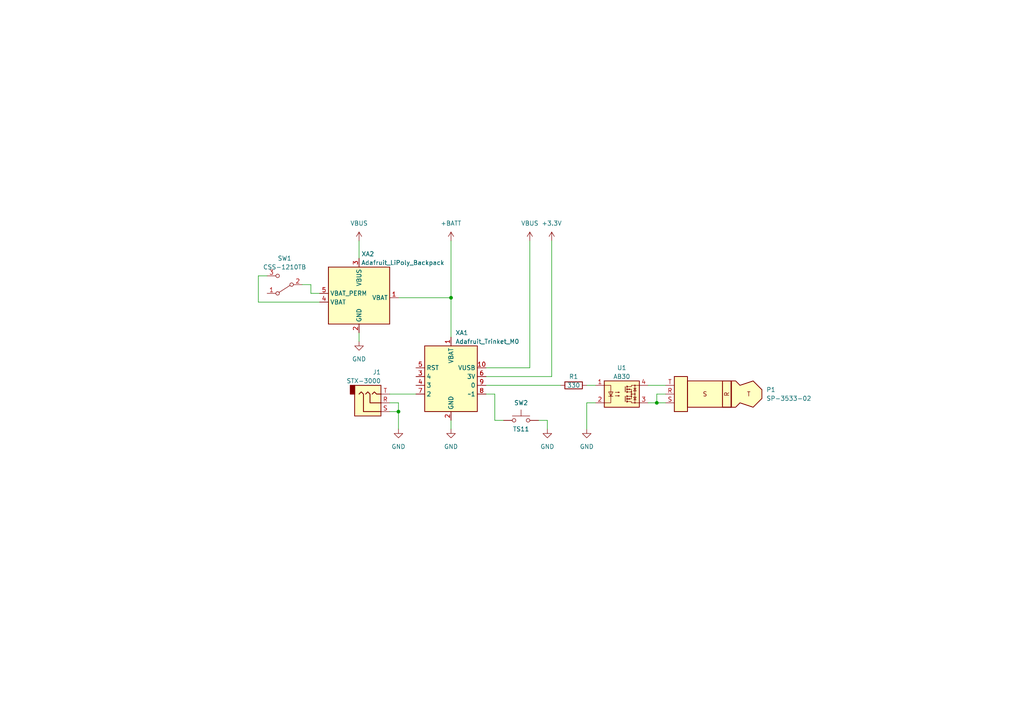
<source format=kicad_sch>
(kicad_sch (version 20230121) (generator eeschema)
  (paper "A4")
  (title_block (title "Lift Switch") (date "2023-09-12") (rev "1.1") (company "Centre de réadaption\\nStan Cassidy\\nCentre for Rehabilitation\\n \\n \\n"))
  (lib_symbols
    (symbol "Connector:AudioJack3"
      (property "Reference" "J" (at 0 8.89 0))
      (property "Value" "AudioJack3" (at 0 6.35 0))
      (symbol "AudioJack3_0_1"
        (rectangle (start -5.08 -5.08) (end -6.35 -2.54) (stroke (width 0.254)) (fill (type outline)))
        (polyline (pts (xy 0 -2.54) (xy 0.635 -3.175) (xy 1.27 -2.54) (xy 2.54 -2.54)) (stroke (width 0.254)))
        (polyline (pts (xy -1.905 -2.54) (xy -1.27 -3.175) (xy -0.635 -2.54) (xy -0.635 0) (xy 2.54 0)) (stroke (width 0.254)))
        (polyline (pts (xy 2.54 2.54) (xy -2.54 2.54) (xy -2.54 -2.54) (xy -3.175 -3.175) (xy -3.81 -2.54)) (stroke (width 0.254)))
        (rectangle (start 2.54 3.81) (end -5.08 -5.08) (stroke (width 0.254)) (fill (type background)))
      )
      (symbol "AudioJack3_1_1"
        (pin passive line (at 5.08 0 180) (length 2.54) (name "~") (number "R"))
        (pin passive line (at 5.08 2.54 180) (length 2.54) (name "~") (number "S"))
        (pin passive line (at 5.08 -2.54 180) (length 2.54) (name "~") (number "T"))
      )
    )
    (symbol "Connector:AudioPlug3"
      (property "Reference" "J" (at 1.27 6.35 0))
      (property "Value" "AudioPlug3" (at 1.27 -6.35 0))
      (symbol "AudioPlug3_0_0"
        (text "R" (at -2.54 0 900) (effects (font (size 1.27 1.27))))
      )
      (symbol "AudioPlug3_0_1"
        (rectangle (start -3.81 3.81) (end -1.27 -3.81) (stroke (width 0.254)))
        (rectangle (start -1.27 -1.27) (end -1.27 -1.27))
      )
      (symbol "AudioPlug3_1_0"
        (text "S" (at 3.81 0 0) (effects (font (size 1.27 1.27))))
        (text "T" (at -8.89 0 0) (effects (font (size 1.27 1.27))))
      )
      (symbol "AudioPlug3_1_1"
        (rectangle (start -3.81 3.81) (end 8.89 -3.81) (stroke (width 0.254)) (fill (type background)))
        (polyline (pts (xy -3.81 3.81) (xy -5.08 3.81) (xy -6.35 2.54) (xy -10.16 3.81) (xy -12.7 1.27) (xy -12.7 -1.27) (xy -10.16 -3.81) (xy -6.35 -2.54) (xy -5.08 -3.81) (xy -3.81 -3.81) (xy -3.81 3.81)) (stroke (width 0.254)) (fill (type background)))
        (rectangle (start 12.7 5.08) (end 8.89 -5.08) (stroke (width 0.254)) (fill (type background)))
        (pin passive line (at 15.24 0 180) (length 2.54) (name "~") (number "R"))
        (pin passive line (at 15.24 2.54 180) (length 2.54) (name "~") (number "S"))
        (pin passive line (at 15.24 -2.54 180) (length 2.54) (name "~") (number "T"))
      )
    )
    (symbol "Custom Symbols:AB30"
      (property "Reference" "U" (at 0 0 0))
      (property "Value" "AB30" (at 0 0 0))
      (symbol "AB30_0_1"
        (rectangle (start -5.08 3.81) (end 5.08 -3.81) (stroke (width 0.254)) (fill (type background)))
        (polyline (pts (xy -3.81 -0.635) (xy -2.54 -0.635)))
        (polyline (pts (xy 1.016 -0.635) (xy 1.016 -2.159)) (stroke (width 0.2032)))
        (polyline (pts (xy 1.016 2.159) (xy 1.016 0.635)) (stroke (width 0.2032)))
        (polyline (pts (xy 1.524 -0.508) (xy 1.524 -0.762)) (stroke (width 0.3556)))
        (polyline (pts (xy 2.794 0) (xy 3.81 0)))
        (polyline (pts (xy 3.429 -1.651) (xy 4.191 -1.651)))
        (polyline (pts (xy 3.429 1.651) (xy 4.191 1.651)))
        (polyline (pts (xy 3.81 -2.54) (xy 3.81 2.54)))
        (polyline (pts (xy 1.524 -2.032) (xy 1.524 -2.286) (xy 1.524 -2.286)) (stroke (width 0.3556)))
        (polyline (pts (xy 1.524 -1.27) (xy 1.524 -1.524) (xy 1.524 -1.524)) (stroke (width 0.3556)))
        (polyline (pts (xy 1.524 0.762) (xy 1.524 0.508) (xy 1.524 0.508)) (stroke (width 0.3556)))
        (polyline (pts (xy 1.524 1.524) (xy 1.524 1.27) (xy 1.524 1.27)) (stroke (width 0.3556)))
        (polyline (pts (xy 1.524 2.286) (xy 1.524 2.032) (xy 1.524 2.032)) (stroke (width 0.3556)))
        (polyline (pts (xy 1.651 -1.397) (xy 2.794 -1.397) (xy 2.794 -0.635)))
        (polyline (pts (xy 1.651 1.397) (xy 2.794 1.397) (xy 2.794 0.635)))
        (polyline (pts (xy -5.08 2.54) (xy -3.175 2.54) (xy -3.175 -2.54) (xy -5.08 -2.54)))
        (polyline (pts (xy -3.175 -0.635) (xy -3.81 0.635) (xy -2.54 0.635) (xy -3.175 -0.635)))
        (polyline (pts (xy 1.651 -2.159) (xy 2.794 -2.159) (xy 2.794 -2.54) (xy 5.08 -2.54)))
        (polyline (pts (xy 1.651 -0.635) (xy 2.794 -0.635) (xy 2.794 0.635) (xy 1.651 0.635)))
        (polyline (pts (xy 1.651 2.159) (xy 2.794 2.159) (xy 2.794 2.54) (xy 5.08 2.54)))
        (polyline (pts (xy 1.778 -1.397) (xy 2.286 -1.27) (xy 2.286 -1.524) (xy 1.778 -1.397)))
        (polyline (pts (xy 1.778 1.397) (xy 2.286 1.524) (xy 2.286 1.27) (xy 1.778 1.397)))
        (polyline (pts (xy 3.81 -1.651) (xy 3.429 -0.889) (xy 4.191 -0.889) (xy 3.81 -1.651)))
        (polyline (pts (xy 3.81 1.651) (xy 3.429 0.889) (xy 4.191 0.889) (xy 3.81 1.651)))
        (polyline (pts (xy -1.905 -0.508) (xy -0.635 -0.508) (xy -1.016 -0.635) (xy -1.016 -0.381) (xy -0.635 -0.508)))
        (polyline (pts (xy -1.905 0.508) (xy -0.635 0.508) (xy -1.016 0.381) (xy -1.016 0.635) (xy -0.635 0.508)))
        (circle (center 2.794 -0.635) (radius 0.127))
        (circle (center 2.794 0) (radius 0.127))
        (circle (center 2.794 0.635) (radius 0.127))
        (circle (center 3.81 -2.54) (radius 0.127))
        (circle (center 3.81 0) (radius 0.127))
        (circle (center 3.81 2.54) (radius 0.127))
      )
      (symbol "AB30_1_1"
        (pin passive line (at -7.62 2.54 0) (length 2.54) (name "~") (number "1"))
        (pin passive line (at -7.62 -2.54 0) (length 2.54) (name "~") (number "2"))
        (pin passive line (at 7.62 -2.54 180) (length 2.54) (name "~") (number "3"))
        (pin passive line (at 7.62 2.54 180) (length 2.54) (name "~") (number "4"))
      )
    )
    (symbol "Custom Symbols:Adafruit_LiPoly_Backpack"
      (property "Reference" "XA" (at 0 1.27 0))
      (property "Value" "Adafruit_LiPoly_Backpack" (at 0 -1.27 0))
      (symbol "Adafruit_LiPoly_Backpack_1_1"
        (rectangle (start -8.89 8.89) (end 8.89 -7.62) (stroke (width 0.254)) (fill (type background)))
        (pin power_out line (at 11.43 0 180) (length 2.54) (name "VBAT") (number "1"))
        (pin power_in line (at 0 -10.16 90) (length 2.54) (name "GND") (number "2"))
        (pin power_in line (at 0 11.43 270) (length 2.54) (name "VBUS") (number "3"))
        (pin power_in line (at -11.43 -1.27 0) (length 2.54) (name "VBAT") (number "4"))
        (pin power_out line (at -11.43 1.27 0) (length 2.54) (name "VBAT_PERM") (number "5"))
        (pin passive line (at 0 -10.16 90) (length 2.54) hide (name "MNT") (number "6"))
      )
    )
    (symbol "Custom Symbols:Adafruit_Trinket_M0"
      (property "Reference" "XA" (at 0 1.27 0))
      (property "Value" "Adafruit_Trinket_M0" (at 0 -1.27 0))
      (symbol "Adafruit_Trinket_M0_1_1"
        (rectangle (start -7.62 10.16) (end 7.62 -8.89) (stroke (width 0.254)) (fill (type background)))
        (pin power_in line (at 0 12.7 270) (length 2.54) (name "VBAT") (number "1"))
        (pin power_out line (at 10.16 3.81 180) (length 2.54) (name "VUSB") (number "10"))
        (pin passive line (at 0 -11.43 90) (length 2.54) hide (name "MNT") (number "11"))
        (pin passive line (at 0 -11.43 90) (length 2.54) hide (name "MNT") (number "12"))
        (pin power_in line (at 0 -11.43 90) (length 2.54) (name "GND") (number "2"))
        (pin bidirectional line (at -10.16 1.27 0) (length 2.54) (name "4") (number "3"))
        (pin bidirectional line (at -10.16 -1.27 0) (length 2.54) (name "3") (number "4"))
        (pin input line (at -10.16 3.81 0) (length 2.54) (name "RST") (number "5"))
        (pin power_out line (at 10.16 1.27 180) (length 2.54) (name "3V") (number "6"))
        (pin bidirectional line (at -10.16 -3.81 0) (length 2.54) (name "2") (number "7"))
        (pin bidirectional line (at 10.16 -3.81 180) (length 2.54) (name "~1") (number "8"))
        (pin bidirectional line (at 10.16 -1.27 180) (length 2.54) (name "0") (number "9"))
      )
    )
    (symbol "Device:R" (pin_numbers hide) (pin_names (offset 0))
      (property "Reference" "R" (at 2.032 0 90))
      (property "Value" "R" (at 0 0 90))
      (symbol "R_0_1"
        (rectangle (start -1.016 -2.54) (end 1.016 2.54) (stroke (width 0.254)))
      )
      (symbol "R_1_1"
        (pin passive line (at 0 3.81 270) (length 1.27) (name "~") (number "1"))
        (pin passive line (at 0 -3.81 90) (length 1.27) (name "~") (number "2"))
      )
    )
    (symbol "Switch:SW_Push" (pin_numbers hide) (pin_names (offset 1.016) hide)
      (property "Reference" "SW" (at 1.27 2.54 0))
      (property "Value" "SW_Push" (at 0 -1.524 0))
      (symbol "SW_Push_0_1"
        (circle (center -2.032 0) (radius 0.508))
        (polyline (pts (xy 0 1.27) (xy 0 3.048)))
        (polyline (pts (xy 2.54 1.27) (xy -2.54 1.27)))
        (circle (center 2.032 0) (radius 0.508))
        (pin passive line (at -5.08 0 0) (length 2.54) (name "1") (number "1"))
        (pin passive line (at 5.08 0 180) (length 2.54) (name "2") (number "2"))
      )
    )
    (symbol "Switch:SW_SPDT" (pin_names (offset 0) hide)
      (property "Reference" "SW" (at 0 4.318 0))
      (property "Value" "SW_SPDT" (at 0 -5.08 0))
      (symbol "SW_SPDT_0_0"
        (circle (center -2.032 0) (radius 0.508))
        (circle (center 2.032 -2.54) (radius 0.508))
      )
      (symbol "SW_SPDT_0_1"
        (polyline (pts (xy -1.524 0.254) (xy 1.651 2.286)))
        (circle (center 2.032 2.54) (radius 0.508))
      )
      (symbol "SW_SPDT_1_1"
        (pin passive line (at 5.08 2.54 180) (length 2.54) (name "A") (number "1"))
        (pin passive line (at -5.08 0 0) (length 2.54) (name "B") (number "2"))
        (pin passive line (at 5.08 -2.54 180) (length 2.54) (name "C") (number "3"))
      )
    )
    (symbol "power:+3.3V" (power) (pin_names (offset 0))
      (property "Value" "+3.3V" (at 0 3.556 0))
      (symbol "+3.3V_0_1"
        (polyline (pts (xy -0.762 1.27) (xy 0 2.54)))
        (polyline (pts (xy 0 0) (xy 0 2.54)))
        (polyline (pts (xy 0 2.54) (xy 0.762 1.27)))
      )
      (symbol "+3.3V_1_1"
        (pin power_in line (at 0 0 90) (length 0) hide (name "+3.3V") (number "1"))
      )
    )
    (symbol "power:+BATT" (power) (pin_names (offset 0))
      (property "Value" "+BATT" (at 0 3.556 0))
      (symbol "+BATT_0_1"
        (polyline (pts (xy -0.762 1.27) (xy 0 2.54)))
        (polyline (pts (xy 0 0) (xy 0 2.54)))
        (polyline (pts (xy 0 2.54) (xy 0.762 1.27)))
      )
      (symbol "+BATT_1_1"
        (pin power_in line (at 0 0 90) (length 0) hide (name "+BATT") (number "1"))
      )
    )
    (symbol "power:GND" (power) (pin_names (offset 0))
      (property "Value" "GND" (at 0 -3.81 0))
      (symbol "GND_0_1"
        (polyline (pts (xy 0 0) (xy 0 -1.27) (xy 1.27 -1.27) (xy 0 -2.54) (xy -1.27 -1.27) (xy 0 -1.27)))
      )
      (symbol "GND_1_1"
        (pin power_in line (at 0 0 270) (length 0) hide (name "GND") (number "1"))
      )
    )
    (symbol "power:VBUS" (power) (pin_names (offset 0))
      (property "Value" "VBUS" (at 0 3.81 0))
      (symbol "VBUS_0_1"
        (polyline (pts (xy -0.762 1.27) (xy 0 2.54)))
        (polyline (pts (xy 0 0) (xy 0 2.54)))
        (polyline (pts (xy 0 2.54) (xy 0.762 1.27)))
      )
      (symbol "VBUS_1_1"
        (pin power_in line (at 0 0 90) (length 0) hide (name "VBUS") (number "1"))
      )
    )
  )
  (junction (at 130.81 86.36))
  (junction (at 115.57 119.38))
  (junction (at 190.5 116.84))
  (wire (pts (xy 156.21 121.92) (xy 158.75 121.92)))
  (wire (pts (xy 113.03 119.38) (xy 115.57 119.38)))
  (wire (pts (xy 90.17 82.55) (xy 87.63 82.55)))
  (wire (pts (xy 77.47 80.01) (xy 74.93 80.01)))
  (wire (pts (xy 158.75 121.92) (xy 158.75 124.46)))
  (wire (pts (xy 115.57 116.84) (xy 115.57 119.38)))
  (wire (pts (xy 130.81 69.85) (xy 130.81 86.36)))
  (wire (pts (xy 113.03 114.3) (xy 120.65 114.3)))
  (wire (pts (xy 140.97 106.68) (xy 153.67 106.68)))
  (wire (pts (xy 90.17 85.09) (xy 90.17 82.55)))
  (wire (pts (xy 104.14 69.85) (xy 104.14 74.93)))
  (wire (pts (xy 190.5 114.3) (xy 190.5 116.84)))
  (wire (pts (xy 160.02 109.22) (xy 160.02 69.85)))
  (wire (pts (xy 153.67 106.68) (xy 153.67 69.85)))
  (wire (pts (xy 113.03 116.84) (xy 115.57 116.84)))
  (wire (pts (xy 130.81 124.46) (xy 130.81 121.92)))
  (wire (pts (xy 104.14 99.06) (xy 104.14 96.52)))
  (wire (pts (xy 130.81 86.36) (xy 115.57 86.36)))
  (wire (pts (xy 115.57 119.38) (xy 115.57 124.46)))
  (wire (pts (xy 92.71 85.09) (xy 90.17 85.09)))
  (wire (pts (xy 140.97 114.3) (xy 143.51 114.3)))
  (wire (pts (xy 190.5 116.84) (xy 193.04 116.84)))
  (wire (pts (xy 170.18 111.76) (xy 172.72 111.76)))
  (wire (pts (xy 143.51 114.3) (xy 143.51 121.92)))
  (wire (pts (xy 74.93 80.01) (xy 74.93 87.63)))
  (wire (pts (xy 140.97 109.22) (xy 160.02 109.22)))
  (wire (pts (xy 130.81 86.36) (xy 130.81 97.79)))
  (wire (pts (xy 74.93 87.63) (xy 92.71 87.63)))
  (wire (pts (xy 187.96 111.76) (xy 193.04 111.76)))
  (wire (pts (xy 170.18 116.84) (xy 170.18 124.46)))
  (wire (pts (xy 140.97 111.76) (xy 162.56 111.76)))
  (wire (pts (xy 187.96 116.84) (xy 190.5 116.84)))
  (wire (pts (xy 190.5 114.3) (xy 193.04 114.3)))
  (wire (pts (xy 143.51 121.92) (xy 146.05 121.92)))
  (wire (pts (xy 172.72 116.84) (xy 170.18 116.84)))
  (symbol (lib_id "Custom Symbols:Adafruit_Trinket_M0") (at 130.81 110.49 0) (unit 1)
    (property "Reference" "XA1" (at 132.08 96.52 0) (effects (justify left)))
    (property "Value" "Adafruit_Trinket_M0" (at 132.08 99.06 0) (effects (justify left)))
    (property "Footprint" "footprints:Adafruit Trinket M0" (effects hide))
    (property "Datasheet" "https://learn.adafruit.com/adafruit-trinket-m0-circuitpython-arduino/downloads" (effects hide))
  )
  (symbol (lib_id "Custom Symbols:Adafruit_LiPoly_Backpack") (at 104.14 86.36 0) (unit 1)
    (property "Reference" "XA2" (at 106.68 73.66 0))
    (property "Value" "Adafruit_LiPoly_Backpack" (at 116.84 76.2 0))
    (property "Footprint" "footprints:Adafruit LiPoly Backpack" (effects hide))
    (property "Datasheet" "https://learn.adafruit.com/adafruit-pro-trinket-lipoly-slash-liion-backpack/downloads" (effects hide))
  )
  (symbol (lib_id "Switch:SW_SPDT") (at 82.55 82.55 180) (unit 1)
    (property "Reference" "SW1" (at 82.55 74.93 0))
    (property "Value" "CSS-1210TB" (at 82.55 77.47 0))
    (property "Footprint" "footprints:CSS-1210TB" (effects hide))
    (property "Datasheet" "https://www.nidec-copal-electronics.com/e/catalog/switch/css.pdf" (effects hide))
  )
  (symbol (lib_id "Custom Symbols:AB30") (at 180.34 114.3 0) (unit 1)
    (property "Reference" "U1" (at 180.34 106.68 0))
    (property "Value" "AB30" (at 180.34 109.22 0))
    (property "Footprint" "Package_DIP:DIP-4_W7.62mm" (effects hide))
    (property "Datasheet" "https://media.digikey.com/pdf/Data%20Sheets/Bright%20Toward%20Industrial%20Co.%20Ltd.%20PDFs/30%20Series.pdf" (effects hide))
  )
  (symbol (lib_id "Switch:SW_Push") (at 151.13 121.92 0) (unit 1)
    (property "Reference" "SW2" (at 151.13 116.84 0))
    (property "Value" "TS11" (at 151.13 124.46 0))
    (property "Footprint" "footprints:TS11-674-XX-BK-XXX-RA-D" (effects hide))
    (property "Datasheet" "https://www.cuidevices.com/product/resource/ts11.pdf" (effects hide))
  )
  (symbol (lib_id "Connector:AudioPlug3") (at 208.28 114.3 180) (unit 1)
    (property "Reference" "P1" (at 222.25 113.0299 0) (effects (justify right)))
    (property "Value" "SP-3533-02" (at 222.25 115.5699 0) (effects (justify right)))
    (property "Footprint" "footprints:SP-3533-02" (effects hide))
    (property "Datasheet" "https://www.cuidevices.com/product/resource/sp-3533-02.pdf" (effects hide))
  )
  (symbol (lib_id "Device:R") (at 166.37 111.76 90) (unit 1)
    (property "Reference" "R1" (at 166.37 109.22 90))
    (property "Value" "330" (at 166.37 111.76 90))
    (property "Footprint" "Resistor_THT:R_Axial_DIN0207_L6.3mm_D2.5mm_P7.62mm_Horizontal" (effects hide))
  )
  (symbol (lib_id "power:GND") (at 130.81 124.46 0) (unit 1)
    (property "Reference" "#PWR0104" (effects hide))
    (property "Value" "GND" (at 130.81 129.54 0))
  )
  (symbol (lib_id "power:GND") (at 115.57 124.46 0) (unit 1)
    (property "Reference" "#PWR0103" (effects hide))
    (property "Value" "GND" (at 115.57 129.54 0))
  )
  (symbol (lib_id "power:GND") (at 158.75 124.46 0) (unit 1)
    (property "Reference" "#PWR0109" (effects hide))
    (property "Value" "GND" (at 158.75 129.54 0))
  )
  (symbol (lib_id "power:+3.3V") (at 160.02 69.85 0) (unit 1)
    (property "Reference" "#PWR0102" (effects hide))
    (property "Value" "+3.3V" (at 160.02 64.77 0))
  )
  (symbol (lib_id "power:+BATT") (at 130.81 69.85 0) (unit 1)
    (property "Reference" "#PWR0107" (effects hide))
    (property "Value" "+BATT" (at 130.81 64.77 0))
  )
  (symbol (lib_id "power:VBUS") (at 104.14 69.85 0) (unit 1)
    (property "Reference" "#PWR0105" (effects hide))
    (property "Value" "VBUS" (at 104.14 64.77 0))
  )
  (symbol (lib_id "power:GND") (at 170.18 124.46 0) (unit 1)
    (property "Reference" "#PWR0108" (effects hide))
    (property "Value" "GND" (at 170.18 129.54 0))
  )
  (symbol (lib_id "power:GND") (at 104.14 99.06 0) (unit 1)
    (property "Reference" "#PWR0106" (effects hide))
    (property "Value" "GND" (at 104.14 104.14 0))
  )
  (symbol (lib_id "power:VBUS") (at 153.67 69.85 0) (unit 1)
    (property "Reference" "#PWR0101" (effects hide))
    (property "Value" "VBUS" (at 153.67 64.77 0))
  )
  (symbol (lib_id "Connector:AudioJack3") (at 107.95 116.84 0) (mirror x) (unit 1)
    (property "Reference" "J1" (at 110.49 107.95 0) (effects (justify right)))
    (property "Value" "STX-3000" (at 110.49 110.49 0) (effects (justify right)))
    (property "Footprint" "footprints:STX-3000" (effects hide))
    (property "Datasheet" "https://www.kycon.com/Pub_Eng_Draw/STX-3000.pdf" (effects hide))
  )
)
</source>
